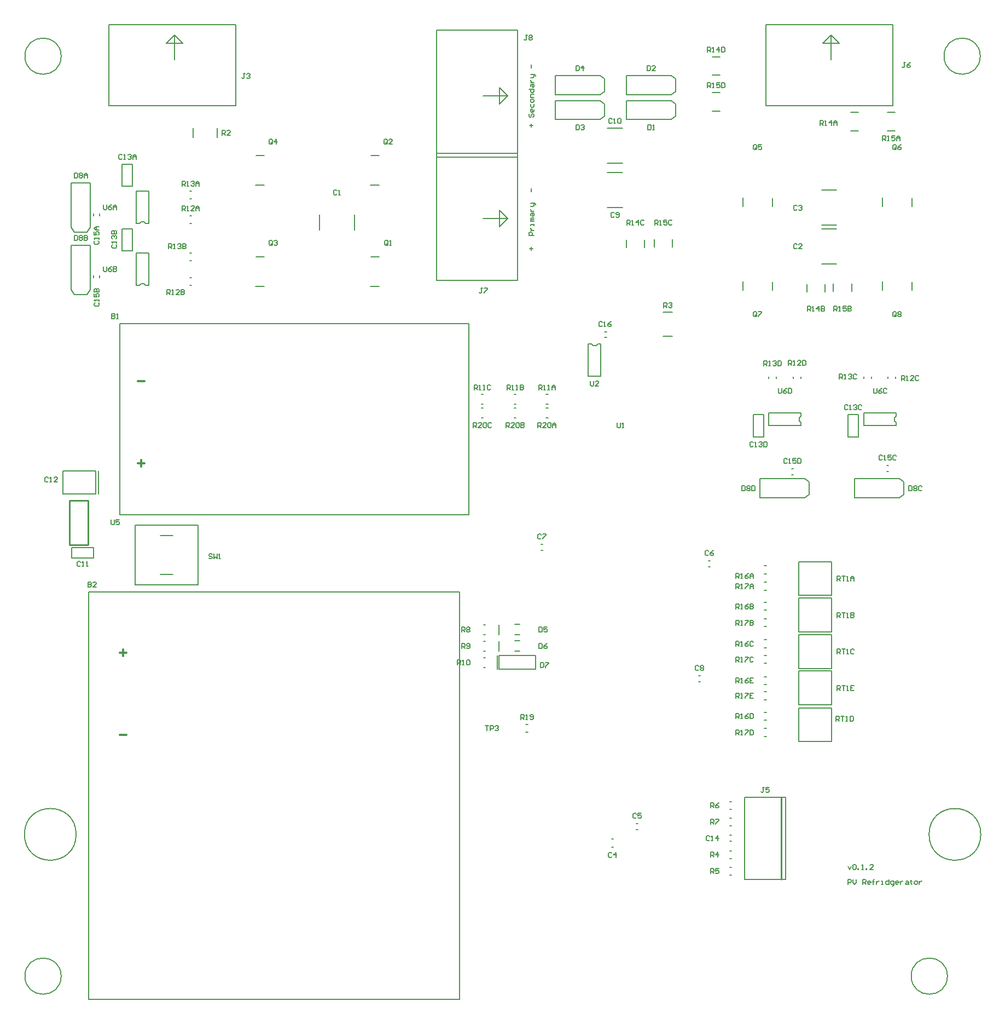
<source format=gto>
%FSLAX25Y25*%
%MOIN*%
G70*
G01*
G75*
G04 Layer_Color=65535*
G04:AMPARAMS|DCode=10|XSize=43.31mil|YSize=39.37mil|CornerRadius=0mil|HoleSize=0mil|Usage=FLASHONLY|Rotation=90.000|XOffset=0mil|YOffset=0mil|HoleType=Round|Shape=RoundedRectangle|*
%AMROUNDEDRECTD10*
21,1,0.04331,0.03937,0,0,90.0*
21,1,0.04331,0.03937,0,0,90.0*
1,1,0.00000,0.01969,0.02165*
1,1,0.00000,0.01969,-0.02165*
1,1,0.00000,-0.01969,-0.02165*
1,1,0.00000,-0.01969,0.02165*
%
%ADD10ROUNDEDRECTD10*%
%ADD11R,0.04500X0.05300*%
%ADD12R,0.04100X0.03000*%
%ADD13R,0.03000X0.04100*%
%ADD14R,0.05118X0.10630*%
%ADD15R,0.07795X0.02362*%
G04:AMPARAMS|DCode=16|XSize=23.62mil|YSize=77.95mil|CornerRadius=0mil|HoleSize=0mil|Usage=FLASHONLY|Rotation=270.000|XOffset=0mil|YOffset=0mil|HoleType=Round|Shape=Octagon|*
%AMOCTAGOND16*
4,1,8,0.03898,0.00591,0.03898,-0.00591,0.03307,-0.01181,-0.03307,-0.01181,-0.03898,-0.00591,-0.03898,0.00591,-0.03307,0.01181,0.03307,0.01181,0.03898,0.00591,0.0*
%
%ADD16OCTAGOND16*%

%ADD17R,0.13976X0.10236*%
%ADD18R,0.05906X0.05906*%
G04:AMPARAMS|DCode=19|XSize=118.11mil|YSize=61.02mil|CornerRadius=0mil|HoleSize=0mil|Usage=FLASHONLY|Rotation=270.000|XOffset=0mil|YOffset=0mil|HoleType=Round|Shape=RoundedRectangle|*
%AMROUNDEDRECTD19*
21,1,0.11811,0.06102,0,0,270.0*
21,1,0.11811,0.06102,0,0,270.0*
1,1,0.00000,-0.03051,-0.05906*
1,1,0.00000,-0.03051,0.05906*
1,1,0.00000,0.03051,0.05906*
1,1,0.00000,0.03051,-0.05906*
%
%ADD19ROUNDEDRECTD19*%
G04:AMPARAMS|DCode=20|XSize=43.31mil|YSize=39.37mil|CornerRadius=0mil|HoleSize=0mil|Usage=FLASHONLY|Rotation=180.000|XOffset=0mil|YOffset=0mil|HoleType=Round|Shape=RoundedRectangle|*
%AMROUNDEDRECTD20*
21,1,0.04331,0.03937,0,0,180.0*
21,1,0.04331,0.03937,0,0,180.0*
1,1,0.00000,-0.02165,0.01969*
1,1,0.00000,0.02165,0.01969*
1,1,0.00000,0.02165,-0.01969*
1,1,0.00000,-0.02165,-0.01969*
%
%ADD20ROUNDEDRECTD20*%
%ADD21R,0.10433X0.06890*%
%ADD22R,0.04724X0.08661*%
%ADD23R,0.22835X0.25197*%
%ADD24R,0.03150X0.06299*%
%ADD25R,0.07874X0.21260*%
%ADD26R,0.10630X0.05118*%
%ADD27R,0.10000X0.15000*%
%ADD28R,0.09000X0.05000*%
%ADD29R,0.04500X0.05500*%
%ADD30R,0.07800X0.07000*%
%ADD31R,0.07008X0.02638*%
G04:AMPARAMS|DCode=32|XSize=26.38mil|YSize=70.08mil|CornerRadius=0mil|HoleSize=0mil|Usage=FLASHONLY|Rotation=90.000|XOffset=0mil|YOffset=0mil|HoleType=Round|Shape=Octagon|*
%AMOCTAGOND32*
4,1,8,-0.03504,-0.00660,-0.03504,0.00660,-0.02845,0.01319,0.02845,0.01319,0.03504,0.00660,0.03504,-0.00660,0.02845,-0.01319,-0.02845,-0.01319,-0.03504,-0.00660,0.0*
%
%ADD32OCTAGOND32*%

%ADD33R,0.21260X0.07874*%
%ADD34R,0.06890X0.09646*%
%ADD35C,0.04921*%
%ADD36C,0.05000*%
%ADD37O,0.01400X0.00700*%
%ADD38C,0.03500*%
%ADD39O,0.00700X0.01400*%
%ADD40R,0.08661X0.04724*%
%ADD41R,0.25197X0.22835*%
%ADD42R,0.10236X0.13976*%
%ADD43R,0.02638X0.07008*%
G04:AMPARAMS|DCode=44|XSize=26.38mil|YSize=70.08mil|CornerRadius=0mil|HoleSize=0mil|Usage=FLASHONLY|Rotation=180.000|XOffset=0mil|YOffset=0mil|HoleType=Round|Shape=Octagon|*
%AMOCTAGOND44*
4,1,8,0.00660,-0.03504,-0.00660,-0.03504,-0.01319,-0.02845,-0.01319,0.02845,-0.00660,0.03504,0.00660,0.03504,0.01319,0.02845,0.01319,-0.02845,0.00660,-0.03504,0.0*
%
%ADD44OCTAGOND44*%

%ADD45R,0.07800X0.07000*%
%ADD46R,0.05906X0.05906*%
%ADD47C,0.02362*%
%ADD48C,0.16500*%
%ADD49C,0.09843*%
%ADD50R,0.08661X0.07480*%
%ADD51C,0.08268*%
%ADD52O,0.08268X0.07480*%
%ADD53C,0.18779*%
%ADD54C,0.08661*%
%ADD55C,0.12200*%
%ADD56O,0.08661X0.07480*%
%ADD57C,0.11811*%
%ADD58C,0.15748*%
%ADD59C,0.00600*%
%ADD60C,0.00787*%
%ADD61C,0.00500*%
%ADD62C,0.00800*%
%ADD63C,0.00787*%
%ADD64C,0.01000*%
%ADD65C,0.01200*%
D59*
X-268976Y280000D02*
G03*
X-268976Y280000I-11024J0D01*
G01*
X291024D02*
G03*
X291024Y280000I-11024J0D01*
G01*
X291339Y-193701D02*
G03*
X291339Y-193701I-15748J0D01*
G01*
X-259842D02*
G03*
X-259842Y-193701I-15748J0D01*
G01*
X-268976Y-280000D02*
G03*
X-268976Y-280000I-11024J0D01*
G01*
X271024D02*
G03*
X271024Y-280000I-11024J0D01*
G01*
X-224016Y-41732D02*
X-185433D01*
Y-5512D01*
X-224016D02*
X-185433D01*
X-224016Y-41732D02*
Y-5512D01*
X-208661Y-11811D02*
X-200787D01*
X-208661Y-35433D02*
X-200787D01*
X26427Y59800D02*
X27627D01*
X26427Y65800D02*
X27627D01*
X7074Y59800D02*
X8274D01*
X7074Y65800D02*
X8274D01*
X-12973Y59800D02*
X-11773D01*
X-12973Y65800D02*
X-11773D01*
X26427Y74100D02*
X27627D01*
X26427Y68100D02*
X27627D01*
X7074Y74100D02*
X8274D01*
X7074Y68100D02*
X8274D01*
X-12973Y74100D02*
X-11773D01*
X-12973Y68100D02*
X-11773D01*
X220000Y83700D02*
Y84900D01*
X224800Y83700D02*
Y84900D01*
X234635Y83746D02*
Y84947D01*
X239435Y83746D02*
Y84947D01*
X62200Y108700D02*
X63400D01*
X62200Y112200D02*
X63400D01*
X212006Y234500D02*
X216706D01*
X212006Y245700D02*
X216706D01*
X57968Y104842D02*
X59937D01*
X56984Y103858D02*
X57968Y104842D01*
X52063D02*
X54031D01*
X55016Y103858D01*
X56984D01*
X59937Y85158D02*
Y104842D01*
X52063Y85158D02*
X59937D01*
X52063D02*
Y104842D01*
X-190654Y160300D02*
X-189453D01*
X-190654Y155500D02*
X-189453D01*
X-173900Y230688D02*
Y236200D01*
X-188500Y230688D02*
Y236200D01*
X138403Y-197755D02*
X139603D01*
X138403Y-194255D02*
X139603D01*
X-26097Y-294000D02*
Y-46000D01*
X-252097Y-294000D02*
X-26097D01*
X-252097D02*
Y-46000D01*
X-26097D01*
X-233283Y855D02*
Y117255D01*
Y855D02*
X-20684D01*
Y117255D01*
X-233283D02*
X-20684D01*
X-2142Y-84855D02*
X20058D01*
X-2142Y-93255D02*
Y-84855D01*
Y-93255D02*
X20058D01*
Y-84855D01*
X-3342Y-93255D02*
Y-84855D01*
X159558Y-30255D02*
X160758D01*
X159558Y-35055D02*
X160758D01*
X-249100Y182900D02*
Y184100D01*
X-245600Y182900D02*
Y184100D01*
X-249100Y145200D02*
Y146400D01*
X-245600Y145200D02*
Y146400D01*
X185317Y136600D02*
Y141300D01*
X196517Y136600D02*
Y141300D01*
X234400Y234500D02*
X239100D01*
X234400Y245700D02*
X239100D01*
X212683Y136700D02*
Y141400D01*
X201483Y136700D02*
Y141400D01*
X66400Y-201400D02*
X67600D01*
X66400Y-196600D02*
X67600D01*
X7558Y-82255D02*
X10358D01*
X7558Y-75855D02*
X10358D01*
X7558Y-72255D02*
X10358D01*
X7558Y-65855D02*
X10358D01*
X159558Y-111655D02*
X160758D01*
X159558Y-106855D02*
X160758D01*
X159558Y-134055D02*
X160758D01*
X159558Y-129255D02*
X160758D01*
X159558Y-89555D02*
X160758D01*
X159558Y-84755D02*
X160758D01*
X159558Y-67255D02*
X160758D01*
X159558Y-62455D02*
X160758D01*
X159558Y-45055D02*
X160758D01*
X159558Y-40255D02*
X160758D01*
X159558Y-97655D02*
X160758D01*
X159558Y-102455D02*
X160758D01*
X159558Y-119355D02*
X160758D01*
X159558Y-124155D02*
X160758D01*
X159558Y-75255D02*
X160758D01*
X159558Y-80055D02*
X160758D01*
X159558Y-52455D02*
X160758D01*
X159558Y-57255D02*
X160758D01*
X-223337Y140558D02*
X-221369D01*
X-220384Y141542D01*
X-217431Y140558D02*
X-215463D01*
X-218416Y141542D02*
X-217431Y140558D01*
X-220384Y141542D02*
X-218416D01*
X-223337Y140558D02*
Y160242D01*
X-215463D01*
Y140558D02*
Y160242D01*
X-223337Y178258D02*
X-221369D01*
X-220384Y179242D01*
X-217431Y178258D02*
X-215463D01*
X-218416Y179242D02*
X-217431Y178258D01*
X-220384Y179242D02*
X-218416D01*
X-223337Y178258D02*
Y197942D01*
X-215463D01*
Y178258D02*
Y197942D01*
X-11642Y-86055D02*
X-10442D01*
X-11642Y-92055D02*
X-10442D01*
X-11642Y-76055D02*
X-10442D01*
X-11642Y-82055D02*
X-10442D01*
X-11642Y-66055D02*
X-10442D01*
X-11642Y-72055D02*
X-10442D01*
X138400Y-183655D02*
X139600D01*
X138400Y-188455D02*
X139600D01*
X138400Y-173655D02*
X139600D01*
X138400Y-178455D02*
X139600D01*
X138400Y-213655D02*
X139600D01*
X138400Y-218455D02*
X139600D01*
X138400Y-203655D02*
X139600D01*
X138400Y-208455D02*
X139600D01*
X127696Y257800D02*
X132396D01*
X127696Y246600D02*
X132396D01*
X103600Y163700D02*
Y168400D01*
X92400Y163700D02*
Y168400D01*
X127700Y268400D02*
X132400D01*
X127700Y279600D02*
X132400D01*
X75400Y163600D02*
Y168300D01*
X86600Y163600D02*
Y168300D01*
X81400Y-190700D02*
X82600D01*
X81400Y-187200D02*
X82600D01*
X125400Y-27300D02*
X126600D01*
X125400Y-30800D02*
X126600D01*
X23400Y-20700D02*
X24600D01*
X23400Y-17200D02*
X24600D01*
X119400Y-97300D02*
X120600D01*
X119400Y-100800D02*
X120600D01*
X234000Y27300D02*
X235200D01*
X234000Y30800D02*
X235200D01*
X176000Y25300D02*
X177200D01*
X176000Y28800D02*
X177200D01*
X97900Y124100D02*
X103412D01*
X97900Y109500D02*
X103412D01*
X-190654Y183000D02*
X-189453D01*
X-190654Y178200D02*
X-189453D01*
X177000Y83746D02*
Y84947D01*
X181800Y83746D02*
Y84947D01*
X-190700Y198000D02*
X-189500D01*
X-190700Y193200D02*
X-189500D01*
X162000Y83700D02*
Y84900D01*
X166800Y83700D02*
Y84900D01*
X14258Y-131455D02*
X15458D01*
X14258Y-126655D02*
X15458D01*
X239843Y55063D02*
Y57032D01*
X238858Y58016D02*
X239843Y57032D01*
Y60969D02*
Y62937D01*
X238858Y59984D02*
X239843Y60969D01*
X238858Y58016D02*
Y59984D01*
X220158Y55063D02*
X239843D01*
X220158D02*
Y62937D01*
X239843D01*
X181843Y55063D02*
Y57032D01*
X180858Y58016D02*
X181843Y57032D01*
Y60969D02*
Y62937D01*
X180858Y59984D02*
X181843Y60969D01*
X180858Y58016D02*
Y59984D01*
X162157Y55063D02*
X181843D01*
X162157D02*
Y62937D01*
X181843D01*
X-190654Y145300D02*
X-189453D01*
X-190654Y140500D02*
X-189453D01*
X60626Y117999D02*
X60126Y118499D01*
X59127D01*
X58627Y117999D01*
Y116000D01*
X59127Y115500D01*
X60126D01*
X60626Y116000D01*
X61626Y115500D02*
X62625D01*
X62125D01*
Y118499D01*
X61626Y117999D01*
X66124Y118499D02*
X65125Y117999D01*
X64125Y116999D01*
Y116000D01*
X64625Y115500D01*
X65624D01*
X66124Y116000D01*
Y116500D01*
X65624Y116999D01*
X64125D01*
X-177001Y-23401D02*
X-177500Y-22901D01*
X-178500D01*
X-179000Y-23401D01*
Y-23901D01*
X-178500Y-24400D01*
X-177500D01*
X-177001Y-24900D01*
Y-25400D01*
X-177500Y-25900D01*
X-178500D01*
X-179000Y-25400D01*
X-176001Y-22901D02*
Y-25900D01*
X-175001Y-24900D01*
X-174002Y-25900D01*
Y-22901D01*
X-173002Y-25900D02*
X-172002D01*
X-172502D01*
Y-22901D01*
X-173002Y-23401D01*
X-252573Y-40101D02*
Y-43100D01*
X-251074D01*
X-250574Y-42600D01*
Y-42100D01*
X-251074Y-41600D01*
X-252573D01*
X-251074D01*
X-250574Y-41101D01*
Y-40601D01*
X-251074Y-40101D01*
X-252573D01*
X-247575Y-43100D02*
X-249574D01*
X-247575Y-41101D01*
Y-40601D01*
X-248075Y-40101D01*
X-249075D01*
X-249574Y-40601D01*
X-238173Y123299D02*
Y120300D01*
X-236674D01*
X-236174Y120800D01*
Y121300D01*
X-236674Y121800D01*
X-238173D01*
X-236674D01*
X-236174Y122299D01*
Y122799D01*
X-236674Y123299D01*
X-238173D01*
X-235174Y120300D02*
X-234175D01*
X-234675D01*
Y123299D01*
X-235174Y122799D01*
X203627Y-106000D02*
Y-103001D01*
X205126D01*
X205626Y-103501D01*
Y-104500D01*
X205126Y-105000D01*
X203627D01*
X204626D02*
X205626Y-106000D01*
X206626Y-103001D02*
X208625D01*
X207625D01*
Y-106000D01*
X209625D02*
X210624D01*
X210125D01*
Y-103001D01*
X209625Y-103501D01*
X214123Y-103001D02*
X212124D01*
Y-106000D01*
X214123D01*
X212124Y-104500D02*
X213124D01*
X203158Y-124755D02*
Y-121756D01*
X204658D01*
X205158Y-122256D01*
Y-123256D01*
X204658Y-123755D01*
X203158D01*
X204158D02*
X205158Y-124755D01*
X206157Y-121756D02*
X208157D01*
X207157D01*
Y-124755D01*
X209156D02*
X210156D01*
X209656D01*
Y-121756D01*
X209156Y-122256D01*
X211655Y-121756D02*
Y-124755D01*
X213155D01*
X213655Y-124255D01*
Y-122256D01*
X213155Y-121756D01*
X211655D01*
X203627Y-83900D02*
Y-80901D01*
X205126D01*
X205626Y-81401D01*
Y-82401D01*
X205126Y-82900D01*
X203627D01*
X204626D02*
X205626Y-83900D01*
X206626Y-80901D02*
X208625D01*
X207625D01*
Y-83900D01*
X209625D02*
X210624D01*
X210125D01*
Y-80901D01*
X209625Y-81401D01*
X214123D02*
X213623Y-80901D01*
X212624D01*
X212124Y-81401D01*
Y-83400D01*
X212624Y-83900D01*
X213623D01*
X214123Y-83400D01*
X203627Y-61700D02*
Y-58701D01*
X205126D01*
X205626Y-59201D01*
Y-60201D01*
X205126Y-60700D01*
X203627D01*
X204626D02*
X205626Y-61700D01*
X206626Y-58701D02*
X208625D01*
X207625D01*
Y-61700D01*
X209625D02*
X210624D01*
X210125D01*
Y-58701D01*
X209625Y-59201D01*
X212124Y-58701D02*
Y-61700D01*
X213623D01*
X214123Y-61200D01*
Y-60700D01*
X213623Y-60201D01*
X212124D01*
X213623D01*
X214123Y-59701D01*
Y-59201D01*
X213623Y-58701D01*
X212124D01*
X203627Y-39400D02*
Y-36401D01*
X205126D01*
X205626Y-36901D01*
Y-37901D01*
X205126Y-38400D01*
X203627D01*
X204626D02*
X205626Y-39400D01*
X206626Y-36401D02*
X208625D01*
X207625D01*
Y-39400D01*
X209625D02*
X210624D01*
X210125D01*
Y-36401D01*
X209625Y-36901D01*
X212124Y-39400D02*
Y-37401D01*
X213124Y-36401D01*
X214123Y-37401D01*
Y-39400D01*
Y-37901D01*
X212124D01*
X142227Y-110800D02*
Y-107801D01*
X143726D01*
X144226Y-108301D01*
Y-109300D01*
X143726Y-109800D01*
X142227D01*
X143226D02*
X144226Y-110800D01*
X145226D02*
X146225D01*
X145726D01*
Y-107801D01*
X145226Y-108301D01*
X147725Y-107801D02*
X149724D01*
Y-108301D01*
X147725Y-110300D01*
Y-110800D01*
X152723Y-107801D02*
X150724D01*
Y-110800D01*
X152723D01*
X150724Y-109300D02*
X151724D01*
X142227Y-133200D02*
Y-130201D01*
X143726D01*
X144226Y-130701D01*
Y-131701D01*
X143726Y-132200D01*
X142227D01*
X143226D02*
X144226Y-133200D01*
X145226D02*
X146225D01*
X145726D01*
Y-130201D01*
X145226Y-130701D01*
X147725Y-130201D02*
X149724D01*
Y-130701D01*
X147725Y-132700D01*
Y-133200D01*
X150724Y-130201D02*
Y-133200D01*
X152223D01*
X152723Y-132700D01*
Y-130701D01*
X152223Y-130201D01*
X150724D01*
X142227Y-88700D02*
Y-85701D01*
X143726D01*
X144226Y-86201D01*
Y-87200D01*
X143726Y-87700D01*
X142227D01*
X143226D02*
X144226Y-88700D01*
X145226D02*
X146225D01*
X145726D01*
Y-85701D01*
X145226Y-86201D01*
X147725Y-85701D02*
X149724D01*
Y-86201D01*
X147725Y-88200D01*
Y-88700D01*
X152723Y-86201D02*
X152223Y-85701D01*
X151224D01*
X150724Y-86201D01*
Y-88200D01*
X151224Y-88700D01*
X152223D01*
X152723Y-88200D01*
X142227Y-66400D02*
Y-63401D01*
X143726D01*
X144226Y-63901D01*
Y-64900D01*
X143726Y-65400D01*
X142227D01*
X143226D02*
X144226Y-66400D01*
X145226D02*
X146225D01*
X145726D01*
Y-63401D01*
X145226Y-63901D01*
X147725Y-63401D02*
X149724D01*
Y-63901D01*
X147725Y-65900D01*
Y-66400D01*
X150724Y-63401D02*
Y-66400D01*
X152223D01*
X152723Y-65900D01*
Y-65400D01*
X152223Y-64900D01*
X150724D01*
X152223D01*
X152723Y-64401D01*
Y-63901D01*
X152223Y-63401D01*
X150724D01*
X142227Y-44200D02*
Y-41201D01*
X143726D01*
X144226Y-41701D01*
Y-42700D01*
X143726Y-43200D01*
X142227D01*
X143226D02*
X144226Y-44200D01*
X145226D02*
X146225D01*
X145726D01*
Y-41201D01*
X145226Y-41701D01*
X147725Y-41201D02*
X149724D01*
Y-41701D01*
X147725Y-43700D01*
Y-44200D01*
X150724D02*
Y-42201D01*
X151724Y-41201D01*
X152723Y-42201D01*
Y-44200D01*
Y-42700D01*
X150724D01*
X142227Y-101600D02*
Y-98601D01*
X143726D01*
X144226Y-99101D01*
Y-100101D01*
X143726Y-100600D01*
X142227D01*
X143226D02*
X144226Y-101600D01*
X145226D02*
X146225D01*
X145726D01*
Y-98601D01*
X145226Y-99101D01*
X149724Y-98601D02*
X148725Y-99101D01*
X147725Y-100101D01*
Y-101100D01*
X148225Y-101600D01*
X149224D01*
X149724Y-101100D01*
Y-100600D01*
X149224Y-100101D01*
X147725D01*
X152723Y-98601D02*
X150724D01*
Y-101600D01*
X152723D01*
X150724Y-100101D02*
X151724D01*
X142227Y-123300D02*
Y-120301D01*
X143726D01*
X144226Y-120801D01*
Y-121800D01*
X143726Y-122300D01*
X142227D01*
X143226D02*
X144226Y-123300D01*
X145226D02*
X146225D01*
X145726D01*
Y-120301D01*
X145226Y-120801D01*
X149724Y-120301D02*
X148725Y-120801D01*
X147725Y-121800D01*
Y-122800D01*
X148225Y-123300D01*
X149224D01*
X149724Y-122800D01*
Y-122300D01*
X149224Y-121800D01*
X147725D01*
X150724Y-120301D02*
Y-123300D01*
X152223D01*
X152723Y-122800D01*
Y-120801D01*
X152223Y-120301D01*
X150724D01*
X142227Y-79200D02*
Y-76201D01*
X143726D01*
X144226Y-76701D01*
Y-77701D01*
X143726Y-78200D01*
X142227D01*
X143226D02*
X144226Y-79200D01*
X145226D02*
X146225D01*
X145726D01*
Y-76201D01*
X145226Y-76701D01*
X149724Y-76201D02*
X148725Y-76701D01*
X147725Y-77701D01*
Y-78700D01*
X148225Y-79200D01*
X149224D01*
X149724Y-78700D01*
Y-78200D01*
X149224Y-77701D01*
X147725D01*
X152723Y-76701D02*
X152223Y-76201D01*
X151224D01*
X150724Y-76701D01*
Y-78700D01*
X151224Y-79200D01*
X152223D01*
X152723Y-78700D01*
X142227Y-56400D02*
Y-53401D01*
X143726D01*
X144226Y-53901D01*
Y-54900D01*
X143726Y-55400D01*
X142227D01*
X143226D02*
X144226Y-56400D01*
X145226D02*
X146225D01*
X145726D01*
Y-53401D01*
X145226Y-53901D01*
X149724Y-53401D02*
X148725Y-53901D01*
X147725Y-54900D01*
Y-55900D01*
X148225Y-56400D01*
X149224D01*
X149724Y-55900D01*
Y-55400D01*
X149224Y-54900D01*
X147725D01*
X150724Y-53401D02*
Y-56400D01*
X152223D01*
X152723Y-55900D01*
Y-55400D01*
X152223Y-54900D01*
X150724D01*
X152223D01*
X152723Y-54401D01*
Y-53901D01*
X152223Y-53401D01*
X150724D01*
X142158Y-37855D02*
Y-34856D01*
X143658D01*
X144158Y-35356D01*
Y-36356D01*
X143658Y-36855D01*
X142158D01*
X143158D02*
X144158Y-37855D01*
X145157D02*
X146157D01*
X145657D01*
Y-34856D01*
X145157Y-35356D01*
X149656Y-34856D02*
X148656Y-35356D01*
X147657Y-36356D01*
Y-37355D01*
X148156Y-37855D01*
X149156D01*
X149656Y-37355D01*
Y-36855D01*
X149156Y-36356D01*
X147657D01*
X150655Y-37855D02*
Y-35856D01*
X151655Y-34856D01*
X152655Y-35856D01*
Y-37855D01*
Y-36356D01*
X150655D01*
X-12301Y138699D02*
X-13300D01*
X-12800D01*
Y136200D01*
X-13300Y135700D01*
X-13800D01*
X-14300Y136200D01*
X-11301Y138699D02*
X-9302D01*
Y138199D01*
X-11301Y136200D01*
Y135700D01*
X14999Y292699D02*
X14000D01*
X14500D01*
Y290200D01*
X14000Y289700D01*
X13500D01*
X13000Y290200D01*
X15999Y292199D02*
X16499Y292699D01*
X17499D01*
X17998Y292199D01*
Y291699D01*
X17499Y291199D01*
X17998Y290700D01*
Y290200D01*
X17499Y289700D01*
X16499D01*
X15999Y290200D01*
Y290700D01*
X16499Y291199D01*
X15999Y291699D01*
Y292199D01*
X16499Y291199D02*
X17499D01*
X245399Y276099D02*
X244400D01*
X244900D01*
Y273600D01*
X244400Y273100D01*
X243900D01*
X243400Y273600D01*
X248398Y276099D02*
X247399Y275599D01*
X246399Y274600D01*
Y273600D01*
X246899Y273100D01*
X247899D01*
X248398Y273600D01*
Y274100D01*
X247899Y274600D01*
X246399D01*
X-156901Y269499D02*
X-157900D01*
X-157401D01*
Y267000D01*
X-157900Y266500D01*
X-158400D01*
X-158900Y267000D01*
X-155901Y268999D02*
X-155401Y269499D01*
X-154401D01*
X-153902Y268999D01*
Y268499D01*
X-154401Y268000D01*
X-154901D01*
X-154401D01*
X-153902Y267500D01*
Y267000D01*
X-154401Y266500D01*
X-155401D01*
X-155901Y267000D01*
X152626Y44699D02*
X152126Y45199D01*
X151127D01*
X150627Y44699D01*
Y42700D01*
X151127Y42200D01*
X152126D01*
X152626Y42700D01*
X153626Y42200D02*
X154625D01*
X154125D01*
Y45199D01*
X153626Y44699D01*
X156125D02*
X156625Y45199D01*
X157624D01*
X158124Y44699D01*
Y44199D01*
X157624Y43699D01*
X157125D01*
X157624D01*
X158124Y43200D01*
Y42700D01*
X157624Y42200D01*
X156625D01*
X156125Y42700D01*
X159124Y45199D02*
Y42200D01*
X160623D01*
X161123Y42700D01*
Y44699D01*
X160623Y45199D01*
X159124D01*
X210326Y67299D02*
X209826Y67799D01*
X208826D01*
X208327Y67299D01*
Y65300D01*
X208826Y64800D01*
X209826D01*
X210326Y65300D01*
X211326Y64800D02*
X212325D01*
X211825D01*
Y67799D01*
X211326Y67299D01*
X213825D02*
X214325Y67799D01*
X215324D01*
X215824Y67299D01*
Y66799D01*
X215324Y66299D01*
X214825D01*
X215324D01*
X215824Y65800D01*
Y65300D01*
X215324Y64800D01*
X214325D01*
X213825Y65300D01*
X218823Y67299D02*
X218323Y67799D01*
X217324D01*
X216824Y67299D01*
Y65300D01*
X217324Y64800D01*
X218323D01*
X218823Y65300D01*
X-237599Y165199D02*
X-238099Y164699D01*
Y163700D01*
X-237599Y163200D01*
X-235600D01*
X-235100Y163700D01*
Y164699D01*
X-235600Y165199D01*
X-235100Y166199D02*
Y167199D01*
Y166699D01*
X-238099D01*
X-237599Y166199D01*
Y168698D02*
X-238099Y169198D01*
Y170198D01*
X-237599Y170698D01*
X-237099D01*
X-236599Y170198D01*
Y169698D01*
Y170198D01*
X-236100Y170698D01*
X-235600D01*
X-235100Y170198D01*
Y169198D01*
X-235600Y168698D01*
X-238099Y171697D02*
X-235100D01*
Y173197D01*
X-235600Y173697D01*
X-236100D01*
X-236599Y173197D01*
Y171697D01*
Y173197D01*
X-237099Y173697D01*
X-237599D01*
X-238099Y173197D01*
Y171697D01*
X-231874Y219699D02*
X-232374Y220199D01*
X-233373D01*
X-233873Y219699D01*
Y217700D01*
X-233373Y217200D01*
X-232374D01*
X-231874Y217700D01*
X-230874Y217200D02*
X-229875D01*
X-230375D01*
Y220199D01*
X-230874Y219699D01*
X-228375D02*
X-227875Y220199D01*
X-226876D01*
X-226376Y219699D01*
Y219199D01*
X-226876Y218699D01*
X-227375D01*
X-226876D01*
X-226376Y218200D01*
Y217700D01*
X-226876Y217200D01*
X-227875D01*
X-228375Y217700D01*
X-225376Y217200D02*
Y219199D01*
X-224376Y220199D01*
X-223377Y219199D01*
Y217200D01*
Y218699D01*
X-225376D01*
X-238473Y-2301D02*
Y-4800D01*
X-237973Y-5300D01*
X-236974D01*
X-236474Y-4800D01*
Y-2301D01*
X-233475D02*
X-235474D01*
Y-3801D01*
X-234475Y-3301D01*
X-233975D01*
X-233475Y-3801D01*
Y-4800D01*
X-233975Y-5300D01*
X-234975D01*
X-235474Y-4800D01*
X168027Y77699D02*
Y75200D01*
X168526Y74700D01*
X169526D01*
X170026Y75200D01*
Y77699D01*
X173025D02*
X172025Y77199D01*
X171026Y76200D01*
Y75200D01*
X171526Y74700D01*
X172525D01*
X173025Y75200D01*
Y75700D01*
X172525Y76200D01*
X171026D01*
X174025Y77699D02*
Y74700D01*
X175524D01*
X176024Y75200D01*
Y77199D01*
X175524Y77699D01*
X174025D01*
X226027D02*
Y75200D01*
X226526Y74700D01*
X227526D01*
X228026Y75200D01*
Y77699D01*
X231025D02*
X230025Y77199D01*
X229026Y76200D01*
Y75200D01*
X229525Y74700D01*
X230525D01*
X231025Y75200D01*
Y75700D01*
X230525Y76200D01*
X229026D01*
X234024Y77199D02*
X233524Y77699D01*
X232525D01*
X232025Y77199D01*
Y75200D01*
X232525Y74700D01*
X233524D01*
X234024Y75200D01*
X-243073Y151899D02*
Y149400D01*
X-242573Y148900D01*
X-241574D01*
X-241074Y149400D01*
Y151899D01*
X-238075D02*
X-239075Y151399D01*
X-240074Y150399D01*
Y149400D01*
X-239575Y148900D01*
X-238575D01*
X-238075Y149400D01*
Y149900D01*
X-238575Y150399D01*
X-240074D01*
X-237075Y151899D02*
Y148900D01*
X-235576D01*
X-235076Y149400D01*
Y149900D01*
X-235576Y150399D01*
X-237075D01*
X-235576D01*
X-235076Y150899D01*
Y151399D01*
X-235576Y151899D01*
X-237075D01*
X-243120Y189599D02*
Y187100D01*
X-242620Y186600D01*
X-241620D01*
X-241120Y187100D01*
Y189599D01*
X-238121D02*
X-239121Y189099D01*
X-240121Y188100D01*
Y187100D01*
X-239621Y186600D01*
X-238621D01*
X-238121Y187100D01*
Y187600D01*
X-238621Y188100D01*
X-240121D01*
X-237122Y186600D02*
Y188599D01*
X-236122Y189599D01*
X-235122Y188599D01*
Y186600D01*
Y188100D01*
X-237122D01*
X53527Y82299D02*
Y79800D01*
X54027Y79300D01*
X55026D01*
X55526Y79800D01*
Y82299D01*
X58525Y79300D02*
X56526D01*
X58525Y81299D01*
Y81799D01*
X58025Y82299D01*
X57025D01*
X56526Y81799D01*
X69827Y56799D02*
Y54300D01*
X70327Y53800D01*
X71326D01*
X71826Y54300D01*
Y56799D01*
X72826Y53800D02*
X73825D01*
X73326D01*
Y56799D01*
X72826Y56299D01*
X-10673Y-127601D02*
X-8674D01*
X-9674D01*
Y-130600D01*
X-7674D02*
Y-127601D01*
X-6175D01*
X-5675Y-128101D01*
Y-129101D01*
X-6175Y-129600D01*
X-7674D01*
X-4675Y-128101D02*
X-4175Y-127601D01*
X-3176D01*
X-2676Y-128101D01*
Y-128601D01*
X-3176Y-129101D01*
X-3676D01*
X-3176D01*
X-2676Y-129600D01*
Y-130100D01*
X-3176Y-130600D01*
X-4175D01*
X-4675Y-130100D01*
X11127Y-123800D02*
Y-120801D01*
X12626D01*
X13126Y-121301D01*
Y-122301D01*
X12626Y-122800D01*
X11127D01*
X12126D02*
X13126Y-123800D01*
X14126D02*
X15125D01*
X14626D01*
Y-120801D01*
X14126Y-121301D01*
X16625Y-123300D02*
X17125Y-123800D01*
X18124D01*
X18624Y-123300D01*
Y-121301D01*
X18124Y-120801D01*
X17125D01*
X16625Y-121301D01*
Y-121801D01*
X17125Y-122301D01*
X18624D01*
X159127Y91654D02*
Y94652D01*
X160626D01*
X161126Y94153D01*
Y93153D01*
X160626Y92653D01*
X159127D01*
X160126D02*
X161126Y91654D01*
X162126D02*
X163125D01*
X162626D01*
Y94652D01*
X162126Y94153D01*
X164625D02*
X165125Y94652D01*
X166124D01*
X166624Y94153D01*
Y93653D01*
X166124Y93153D01*
X165625D01*
X166124D01*
X166624Y92653D01*
Y92153D01*
X166124Y91654D01*
X165125D01*
X164625Y92153D01*
X167624Y94652D02*
Y91654D01*
X169123D01*
X169623Y92153D01*
Y94153D01*
X169123Y94652D01*
X167624D01*
X205200Y83500D02*
Y86499D01*
X206699D01*
X207199Y85999D01*
Y85000D01*
X206699Y84500D01*
X205200D01*
X206200D02*
X207199Y83500D01*
X208199D02*
X209199D01*
X208699D01*
Y86499D01*
X208199Y85999D01*
X210698D02*
X211198Y86499D01*
X212198D01*
X212698Y85999D01*
Y85499D01*
X212198Y85000D01*
X211698D01*
X212198D01*
X212698Y84500D01*
Y84000D01*
X212198Y83500D01*
X211198D01*
X210698Y84000D01*
X215697Y85999D02*
X215197Y86499D01*
X214197D01*
X213697Y85999D01*
Y84000D01*
X214197Y83500D01*
X215197D01*
X215697Y84000D01*
X-203400Y162700D02*
Y165699D01*
X-201901D01*
X-201401Y165199D01*
Y164199D01*
X-201901Y163700D01*
X-203400D01*
X-202400D02*
X-201401Y162700D01*
X-200401D02*
X-199401D01*
X-199901D01*
Y165699D01*
X-200401Y165199D01*
X-197902D02*
X-197402Y165699D01*
X-196402D01*
X-195902Y165199D01*
Y164699D01*
X-196402Y164199D01*
X-196902D01*
X-196402D01*
X-195902Y163700D01*
Y163200D01*
X-196402Y162700D01*
X-197402D01*
X-197902Y163200D01*
X-194903Y165699D02*
Y162700D01*
X-193403D01*
X-192903Y163200D01*
Y163700D01*
X-193403Y164199D01*
X-194903D01*
X-193403D01*
X-192903Y164699D01*
Y165199D01*
X-193403Y165699D01*
X-194903D01*
X-195366Y200900D02*
Y203899D01*
X-193867D01*
X-193367Y203399D01*
Y202399D01*
X-193867Y201900D01*
X-195366D01*
X-194367D02*
X-193367Y200900D01*
X-192367D02*
X-191367D01*
X-191867D01*
Y203899D01*
X-192367Y203399D01*
X-189868D02*
X-189368Y203899D01*
X-188368D01*
X-187869Y203399D01*
Y202899D01*
X-188368Y202399D01*
X-188868D01*
X-188368D01*
X-187869Y201900D01*
Y201400D01*
X-188368Y200900D01*
X-189368D01*
X-189868Y201400D01*
X-186869Y200900D02*
Y202899D01*
X-185869Y203899D01*
X-184870Y202899D01*
Y200900D01*
Y202399D01*
X-186869D01*
X174127Y91700D02*
Y94699D01*
X175626D01*
X176126Y94199D01*
Y93199D01*
X175626Y92700D01*
X174127D01*
X175126D02*
X176126Y91700D01*
X177126D02*
X178125D01*
X177626D01*
Y94699D01*
X177126Y94199D01*
X181624Y91700D02*
X179625D01*
X181624Y93699D01*
Y94199D01*
X181124Y94699D01*
X180125D01*
X179625Y94199D01*
X182624Y94699D02*
Y91700D01*
X184123D01*
X184623Y92200D01*
Y94199D01*
X184123Y94699D01*
X182624D01*
X243000Y82600D02*
Y85599D01*
X244499D01*
X244999Y85099D01*
Y84100D01*
X244499Y83600D01*
X243000D01*
X244000D02*
X244999Y82600D01*
X245999D02*
X246999D01*
X246499D01*
Y85599D01*
X245999Y85099D01*
X250498Y82600D02*
X248498D01*
X250498Y84599D01*
Y85099D01*
X249998Y85599D01*
X248998D01*
X248498Y85099D01*
X253497D02*
X252997Y85599D01*
X251997D01*
X251497Y85099D01*
Y83100D01*
X251997Y82600D01*
X252997D01*
X253497Y83100D01*
X-17873Y53900D02*
Y56899D01*
X-16374D01*
X-15874Y56399D01*
Y55400D01*
X-16374Y54900D01*
X-17873D01*
X-16874D02*
X-15874Y53900D01*
X-12875D02*
X-14874D01*
X-12875Y55899D01*
Y56399D01*
X-13375Y56899D01*
X-14375D01*
X-14874Y56399D01*
X-11875D02*
X-11375Y56899D01*
X-10376D01*
X-9876Y56399D01*
Y54400D01*
X-10376Y53900D01*
X-11375D01*
X-11875Y54400D01*
Y56399D01*
X-6877D02*
X-7377Y56899D01*
X-8376D01*
X-8876Y56399D01*
Y54400D01*
X-8376Y53900D01*
X-7377D01*
X-6877Y54400D01*
X-204400Y135000D02*
Y137999D01*
X-202901D01*
X-202401Y137499D01*
Y136500D01*
X-202901Y136000D01*
X-204400D01*
X-203400D02*
X-202401Y135000D01*
X-201401D02*
X-200401D01*
X-200901D01*
Y137999D01*
X-201401Y137499D01*
X-196902Y135000D02*
X-198902D01*
X-196902Y136999D01*
Y137499D01*
X-197402Y137999D01*
X-198402D01*
X-198902Y137499D01*
X-195903Y137999D02*
Y135000D01*
X-194403D01*
X-193903Y135500D01*
Y136000D01*
X-194403Y136500D01*
X-195903D01*
X-194403D01*
X-193903Y136999D01*
Y137499D01*
X-194403Y137999D01*
X-195903D01*
X2127Y53900D02*
Y56899D01*
X3626D01*
X4126Y56399D01*
Y55400D01*
X3626Y54900D01*
X2127D01*
X3126D02*
X4126Y53900D01*
X7125D02*
X5126D01*
X7125Y55899D01*
Y56399D01*
X6625Y56899D01*
X5626D01*
X5126Y56399D01*
X8125D02*
X8625Y56899D01*
X9624D01*
X10124Y56399D01*
Y54400D01*
X9624Y53900D01*
X8625D01*
X8125Y54400D01*
Y56399D01*
X11124Y56899D02*
Y53900D01*
X12623D01*
X13123Y54400D01*
Y54900D01*
X12623Y55400D01*
X11124D01*
X12623D01*
X13123Y55899D01*
Y56399D01*
X12623Y56899D01*
X11124D01*
X-195320Y185900D02*
Y188899D01*
X-193820D01*
X-193320Y188399D01*
Y187399D01*
X-193820Y186900D01*
X-195320D01*
X-194320D02*
X-193320Y185900D01*
X-192321D02*
X-191321D01*
X-191821D01*
Y188899D01*
X-192321Y188399D01*
X-187822Y185900D02*
X-189822D01*
X-187822Y187899D01*
Y188399D01*
X-188322Y188899D01*
X-189322D01*
X-189822Y188399D01*
X-186822Y185900D02*
Y187899D01*
X-185823Y188899D01*
X-184823Y187899D01*
Y185900D01*
Y187399D01*
X-186822D01*
X21527Y53900D02*
Y56899D01*
X23026D01*
X23526Y56399D01*
Y55400D01*
X23026Y54900D01*
X21527D01*
X22526D02*
X23526Y53900D01*
X26525D02*
X24526D01*
X26525Y55899D01*
Y56399D01*
X26025Y56899D01*
X25025D01*
X24526Y56399D01*
X27525D02*
X28025Y56899D01*
X29024D01*
X29524Y56399D01*
Y54400D01*
X29024Y53900D01*
X28025D01*
X27525Y54400D01*
Y56399D01*
X30524Y53900D02*
Y55899D01*
X31523Y56899D01*
X32523Y55899D01*
Y53900D01*
Y55400D01*
X30524D01*
X-17373Y77000D02*
Y79999D01*
X-15874D01*
X-15374Y79499D01*
Y78500D01*
X-15874Y78000D01*
X-17373D01*
X-16374D02*
X-15374Y77000D01*
X-14374D02*
X-13375D01*
X-13874D01*
Y79999D01*
X-14374Y79499D01*
X-11875Y77000D02*
X-10875D01*
X-11375D01*
Y79999D01*
X-11875Y79499D01*
X-7377D02*
X-7876Y79999D01*
X-8876D01*
X-9376Y79499D01*
Y77500D01*
X-8876Y77000D01*
X-7876D01*
X-7377Y77500D01*
X2627Y77000D02*
Y79999D01*
X4126D01*
X4626Y79499D01*
Y78500D01*
X4126Y78000D01*
X2627D01*
X3626D02*
X4626Y77000D01*
X5626D02*
X6625D01*
X6126D01*
Y79999D01*
X5626Y79499D01*
X8125Y77000D02*
X9125D01*
X8625D01*
Y79999D01*
X8125Y79499D01*
X10624Y79999D02*
Y77000D01*
X12124D01*
X12623Y77500D01*
Y78000D01*
X12124Y78500D01*
X10624D01*
X12124D01*
X12623Y78999D01*
Y79499D01*
X12124Y79999D01*
X10624D01*
X22027Y77000D02*
Y79999D01*
X23526D01*
X24026Y79499D01*
Y78500D01*
X23526Y78000D01*
X22027D01*
X23026D02*
X24026Y77000D01*
X25026D02*
X26025D01*
X25526D01*
Y79999D01*
X25026Y79499D01*
X27525Y77000D02*
X28525D01*
X28025D01*
Y79999D01*
X27525Y79499D01*
X30024Y77000D02*
Y78999D01*
X31024Y79999D01*
X32023Y78999D01*
Y77000D01*
Y78500D01*
X30024D01*
X-27473Y-90600D02*
Y-87601D01*
X-25974D01*
X-25474Y-88101D01*
Y-89100D01*
X-25974Y-89600D01*
X-27473D01*
X-26474D02*
X-25474Y-90600D01*
X-24474D02*
X-23475D01*
X-23975D01*
Y-87601D01*
X-24474Y-88101D01*
X-21975D02*
X-21475Y-87601D01*
X-20476D01*
X-19976Y-88101D01*
Y-90100D01*
X-20476Y-90600D01*
X-21475D01*
X-21975Y-90100D01*
Y-88101D01*
X-24973Y-80600D02*
Y-77601D01*
X-23474D01*
X-22974Y-78101D01*
Y-79101D01*
X-23474Y-79600D01*
X-24973D01*
X-23974D02*
X-22974Y-80600D01*
X-21974Y-80100D02*
X-21475Y-80600D01*
X-20475D01*
X-19975Y-80100D01*
Y-78101D01*
X-20475Y-77601D01*
X-21475D01*
X-21974Y-78101D01*
Y-78601D01*
X-21475Y-79101D01*
X-19975D01*
X-24973Y-70600D02*
Y-67601D01*
X-23474D01*
X-22974Y-68101D01*
Y-69100D01*
X-23474Y-69600D01*
X-24973D01*
X-23974D02*
X-22974Y-70600D01*
X-21974Y-68101D02*
X-21475Y-67601D01*
X-20475D01*
X-19975Y-68101D01*
Y-68601D01*
X-20475Y-69100D01*
X-19975Y-69600D01*
Y-70100D01*
X-20475Y-70600D01*
X-21475D01*
X-21974Y-70100D01*
Y-69600D01*
X-21475Y-69100D01*
X-21974Y-68601D01*
Y-68101D01*
X-21475Y-69100D02*
X-20475D01*
X126627Y-187600D02*
Y-184601D01*
X128126D01*
X128626Y-185101D01*
Y-186100D01*
X128126Y-186600D01*
X126627D01*
X127626D02*
X128626Y-187600D01*
X129626Y-184601D02*
X131625D01*
Y-185101D01*
X129626Y-187100D01*
Y-187600D01*
X126627Y-177600D02*
Y-174601D01*
X128126D01*
X128626Y-175101D01*
Y-176101D01*
X128126Y-176600D01*
X126627D01*
X127626D02*
X128626Y-177600D01*
X131625Y-174601D02*
X130625Y-175101D01*
X129626Y-176101D01*
Y-177100D01*
X130125Y-177600D01*
X131125D01*
X131625Y-177100D01*
Y-176600D01*
X131125Y-176101D01*
X129626D01*
X126627Y-217600D02*
Y-214601D01*
X128126D01*
X128626Y-215101D01*
Y-216101D01*
X128126Y-216600D01*
X126627D01*
X127626D02*
X128626Y-217600D01*
X131625Y-214601D02*
X129626D01*
Y-216101D01*
X130625Y-215601D01*
X131125D01*
X131625Y-216101D01*
Y-217100D01*
X131125Y-217600D01*
X130125D01*
X129626Y-217100D01*
X126627Y-207600D02*
Y-204601D01*
X128126D01*
X128626Y-205101D01*
Y-206101D01*
X128126Y-206600D01*
X126627D01*
X127626D02*
X128626Y-207600D01*
X131125D02*
Y-204601D01*
X129626Y-206101D01*
X131625D01*
X98227Y127000D02*
Y129999D01*
X99726D01*
X100226Y129499D01*
Y128499D01*
X99726Y128000D01*
X98227D01*
X99226D02*
X100226Y127000D01*
X101226Y129499D02*
X101725Y129999D01*
X102725D01*
X103225Y129499D01*
Y128999D01*
X102725Y128499D01*
X102225D01*
X102725D01*
X103225Y128000D01*
Y127500D01*
X102725Y127000D01*
X101725D01*
X101226Y127500D01*
X-170973Y231900D02*
Y234899D01*
X-169474D01*
X-168974Y234399D01*
Y233399D01*
X-169474Y232900D01*
X-170973D01*
X-169974D02*
X-168974Y231900D01*
X-165975D02*
X-167974D01*
X-165975Y233899D01*
Y234399D01*
X-166475Y234899D01*
X-167474D01*
X-167974Y234399D01*
X239926Y121935D02*
Y123935D01*
X239426Y124434D01*
X238426D01*
X237927Y123935D01*
Y121935D01*
X238426Y121435D01*
X239426D01*
X238926Y122435D02*
X239926Y121435D01*
X239426D02*
X239926Y121935D01*
X240926Y123935D02*
X241425Y124434D01*
X242425D01*
X242925Y123935D01*
Y123435D01*
X242425Y122935D01*
X242925Y122435D01*
Y121935D01*
X242425Y121435D01*
X241425D01*
X240926Y121935D01*
Y122435D01*
X241425Y122935D01*
X240926Y123435D01*
Y123935D01*
X241425Y122935D02*
X242425D01*
X154926Y121935D02*
Y123935D01*
X154426Y124434D01*
X153427D01*
X152927Y123935D01*
Y121935D01*
X153427Y121435D01*
X154426D01*
X153926Y122435D02*
X154926Y121435D01*
X154426D02*
X154926Y121935D01*
X155926Y124434D02*
X157925D01*
Y123935D01*
X155926Y121935D01*
Y121435D01*
X239926Y223600D02*
Y225599D01*
X239426Y226099D01*
X238426D01*
X237927Y225599D01*
Y223600D01*
X238426Y223100D01*
X239426D01*
X238926Y224100D02*
X239926Y223100D01*
X239426D02*
X239926Y223600D01*
X242925Y226099D02*
X241925Y225599D01*
X240926Y224599D01*
Y223600D01*
X241425Y223100D01*
X242425D01*
X242925Y223600D01*
Y224100D01*
X242425Y224599D01*
X240926D01*
X154926Y223600D02*
Y225599D01*
X154426Y226099D01*
X153427D01*
X152927Y225599D01*
Y223600D01*
X153427Y223100D01*
X154426D01*
X153926Y224100D02*
X154926Y223100D01*
X154426D02*
X154926Y223600D01*
X157925Y226099D02*
X155926D01*
Y224599D01*
X156925Y225099D01*
X157425D01*
X157925Y224599D01*
Y223600D01*
X157425Y223100D01*
X156425D01*
X155926Y223600D01*
X-140238Y226900D02*
Y228899D01*
X-140738Y229399D01*
X-141738D01*
X-142238Y228899D01*
Y226900D01*
X-141738Y226400D01*
X-140738D01*
X-141238Y227400D02*
X-140238Y226400D01*
X-140738D02*
X-140238Y226900D01*
X-137739Y226400D02*
Y229399D01*
X-139239Y227899D01*
X-137240D01*
X-140238Y165400D02*
Y167399D01*
X-140738Y167899D01*
X-141738D01*
X-142238Y167399D01*
Y165400D01*
X-141738Y164900D01*
X-140738D01*
X-141238Y165900D02*
X-140238Y164900D01*
X-140738D02*
X-140238Y165400D01*
X-139239Y167399D02*
X-138739Y167899D01*
X-137739D01*
X-137240Y167399D01*
Y166899D01*
X-137739Y166400D01*
X-138239D01*
X-137739D01*
X-137240Y165900D01*
Y165400D01*
X-137739Y164900D01*
X-138739D01*
X-139239Y165400D01*
X-70239Y226900D02*
Y228899D01*
X-70738Y229399D01*
X-71738D01*
X-72238Y228899D01*
Y226900D01*
X-71738Y226400D01*
X-70738D01*
X-71238Y227400D02*
X-70239Y226400D01*
X-70738D02*
X-70239Y226900D01*
X-67239Y226400D02*
X-69239D01*
X-67239Y228399D01*
Y228899D01*
X-67739Y229399D01*
X-68739D01*
X-69239Y228899D01*
X-69739Y165400D02*
Y167399D01*
X-70238Y167899D01*
X-71238D01*
X-71738Y167399D01*
Y165400D01*
X-71238Y164900D01*
X-70238D01*
X-70738Y165900D02*
X-69739Y164900D01*
X-70238D02*
X-69739Y165400D01*
X-68739Y164900D02*
X-67739D01*
X-68239D01*
Y167899D01*
X-68739Y167399D01*
X159326Y-165001D02*
X158326D01*
X158826D01*
Y-167500D01*
X158326Y-168000D01*
X157826D01*
X157327Y-167500D01*
X162325Y-165001D02*
X160326D01*
Y-166500D01*
X161325Y-166001D01*
X161825D01*
X162325Y-166500D01*
Y-167500D01*
X161825Y-168000D01*
X160826D01*
X160326Y-167500D01*
X145927Y18499D02*
Y15500D01*
X147426D01*
X147926Y16000D01*
Y17999D01*
X147426Y18499D01*
X145927D01*
X148926Y17999D02*
X149425Y18499D01*
X150425D01*
X150925Y17999D01*
Y17499D01*
X150425Y16999D01*
X150925Y16500D01*
Y16000D01*
X150425Y15500D01*
X149425D01*
X148926Y16000D01*
Y16500D01*
X149425Y16999D01*
X148926Y17499D01*
Y17999D01*
X149425Y16999D02*
X150425D01*
X151925Y18499D02*
Y15500D01*
X153424D01*
X153924Y16000D01*
Y17999D01*
X153424Y18499D01*
X151925D01*
X247527D02*
Y15500D01*
X249026D01*
X249526Y16000D01*
Y17999D01*
X249026Y18499D01*
X247527D01*
X250526Y17999D02*
X251026Y18499D01*
X252025D01*
X252525Y17999D01*
Y17499D01*
X252025Y16999D01*
X252525Y16500D01*
Y16000D01*
X252025Y15500D01*
X251026D01*
X250526Y16000D01*
Y16500D01*
X251026Y16999D01*
X250526Y17499D01*
Y17999D01*
X251026Y16999D02*
X252025D01*
X255524Y17999D02*
X255024Y18499D01*
X254025D01*
X253525Y17999D01*
Y16000D01*
X254025Y15500D01*
X255024D01*
X255524Y16000D01*
X-260973Y170999D02*
Y168000D01*
X-259474D01*
X-258974Y168500D01*
Y170499D01*
X-259474Y170999D01*
X-260973D01*
X-257974Y170499D02*
X-257474Y170999D01*
X-256475D01*
X-255975Y170499D01*
Y169999D01*
X-256475Y169500D01*
X-255975Y169000D01*
Y168500D01*
X-256475Y168000D01*
X-257474D01*
X-257974Y168500D01*
Y169000D01*
X-257474Y169500D01*
X-257974Y169999D01*
Y170499D01*
X-257474Y169500D02*
X-256475D01*
X-254975Y170999D02*
Y168000D01*
X-253476D01*
X-252976Y168500D01*
Y169000D01*
X-253476Y169500D01*
X-254975D01*
X-253476D01*
X-252976Y169999D01*
Y170499D01*
X-253476Y170999D01*
X-254975D01*
X-260973Y208999D02*
Y206000D01*
X-259474D01*
X-258974Y206500D01*
Y208499D01*
X-259474Y208999D01*
X-260973D01*
X-257974Y208499D02*
X-257474Y208999D01*
X-256475D01*
X-255975Y208499D01*
Y207999D01*
X-256475Y207499D01*
X-255975Y207000D01*
Y206500D01*
X-256475Y206000D01*
X-257474D01*
X-257974Y206500D01*
Y207000D01*
X-257474Y207499D01*
X-257974Y207999D01*
Y208499D01*
X-257474Y207499D02*
X-256475D01*
X-254975Y206000D02*
Y207999D01*
X-253976Y208999D01*
X-252976Y207999D01*
Y206000D01*
Y207499D01*
X-254975D01*
X22958Y-89056D02*
Y-92055D01*
X24458D01*
X24958Y-91555D01*
Y-89556D01*
X24458Y-89056D01*
X22958D01*
X25957D02*
X27957D01*
Y-89556D01*
X25957Y-91555D01*
Y-92055D01*
X22127Y-77601D02*
Y-80600D01*
X23626D01*
X24126Y-80100D01*
Y-78101D01*
X23626Y-77601D01*
X22127D01*
X27125D02*
X26125Y-78101D01*
X25126Y-79101D01*
Y-80100D01*
X25626Y-80600D01*
X26625D01*
X27125Y-80100D01*
Y-79600D01*
X26625Y-79101D01*
X25126D01*
X22127Y-67601D02*
Y-70600D01*
X23626D01*
X24126Y-70100D01*
Y-68101D01*
X23626Y-67601D01*
X22127D01*
X27125D02*
X25126D01*
Y-69100D01*
X26125Y-68601D01*
X26625D01*
X27125Y-69100D01*
Y-70100D01*
X26625Y-70600D01*
X25626D01*
X25126Y-70100D01*
X44627Y274299D02*
Y271300D01*
X46126D01*
X46626Y271800D01*
Y273799D01*
X46126Y274299D01*
X44627D01*
X49125Y271300D02*
Y274299D01*
X47626Y272799D01*
X49625D01*
X44627Y238199D02*
Y235200D01*
X46126D01*
X46626Y235700D01*
Y237699D01*
X46126Y238199D01*
X44627D01*
X47626Y237699D02*
X48125Y238199D01*
X49125D01*
X49625Y237699D01*
Y237199D01*
X49125Y236699D01*
X48625D01*
X49125D01*
X49625Y236200D01*
Y235700D01*
X49125Y235200D01*
X48125D01*
X47626Y235700D01*
X88027Y274299D02*
Y271300D01*
X89526D01*
X90026Y271800D01*
Y273799D01*
X89526Y274299D01*
X88027D01*
X93025Y271300D02*
X91026D01*
X93025Y273299D01*
Y273799D01*
X92525Y274299D01*
X91526D01*
X91026Y273799D01*
X88527Y238199D02*
Y235200D01*
X90026D01*
X90526Y235700D01*
Y237699D01*
X90026Y238199D01*
X88527D01*
X91526Y235200D02*
X92525D01*
X92026D01*
Y238199D01*
X91526Y237699D01*
X-276801Y23299D02*
X-277301Y23799D01*
X-278300D01*
X-278800Y23299D01*
Y21300D01*
X-278300Y20800D01*
X-277301D01*
X-276801Y21300D01*
X-275801Y20800D02*
X-274801D01*
X-275301D01*
Y23799D01*
X-275801Y23299D01*
X-271302Y20800D02*
X-273302D01*
X-271302Y22799D01*
Y23299D01*
X-271802Y23799D01*
X-272802D01*
X-273302Y23299D01*
X-257101Y-28101D02*
X-257600Y-27601D01*
X-258600D01*
X-259100Y-28101D01*
Y-30100D01*
X-258600Y-30600D01*
X-257600D01*
X-257101Y-30100D01*
X-256101Y-30600D02*
X-255101D01*
X-255601D01*
Y-27601D01*
X-256101Y-28101D01*
X-253602Y-30600D02*
X-252602D01*
X-253102D01*
Y-27601D01*
X-253602Y-28101D01*
X173326Y34599D02*
X172826Y35099D01*
X171827D01*
X171327Y34599D01*
Y32600D01*
X171827Y32100D01*
X172826D01*
X173326Y32600D01*
X174326Y32100D02*
X175325D01*
X174826D01*
Y35099D01*
X174326Y34599D01*
X178824Y35099D02*
X176825D01*
Y33599D01*
X177825Y34099D01*
X178324D01*
X178824Y33599D01*
Y32600D01*
X178324Y32100D01*
X177325D01*
X176825Y32600D01*
X179824Y35099D02*
Y32100D01*
X181323D01*
X181823Y32600D01*
Y34599D01*
X181323Y35099D01*
X179824D01*
X231326Y36599D02*
X230826Y37099D01*
X229826D01*
X229327Y36599D01*
Y34600D01*
X229826Y34100D01*
X230826D01*
X231326Y34600D01*
X232326Y34100D02*
X233325D01*
X232825D01*
Y37099D01*
X232326Y36599D01*
X236824Y37099D02*
X234825D01*
Y35599D01*
X235825Y36099D01*
X236324D01*
X236824Y35599D01*
Y34600D01*
X236324Y34100D01*
X235325D01*
X234825Y34600D01*
X239823Y36599D02*
X239323Y37099D01*
X238324D01*
X237824Y36599D01*
Y34600D01*
X238324Y34100D01*
X239323D01*
X239823Y34600D01*
X-248373Y129899D02*
X-248872Y129400D01*
Y128400D01*
X-248373Y127900D01*
X-246373D01*
X-245873Y128400D01*
Y129400D01*
X-246373Y129899D01*
X-245873Y130899D02*
Y131899D01*
Y131399D01*
X-248872D01*
X-248373Y130899D01*
X-248872Y135398D02*
Y133398D01*
X-247373D01*
X-247873Y134398D01*
Y134898D01*
X-247373Y135398D01*
X-246373D01*
X-245873Y134898D01*
Y133898D01*
X-246373Y133398D01*
X-248872Y136397D02*
X-245873D01*
Y137897D01*
X-246373Y138397D01*
X-246873D01*
X-247373Y137897D01*
Y136397D01*
Y137897D01*
X-247873Y138397D01*
X-248373D01*
X-248872Y137897D01*
Y136397D01*
X-248419Y167599D02*
X-248919Y167099D01*
Y166100D01*
X-248419Y165600D01*
X-246420D01*
X-245920Y166100D01*
Y167099D01*
X-246420Y167599D01*
X-245920Y168599D02*
Y169599D01*
Y169099D01*
X-248919D01*
X-248419Y168599D01*
X-248919Y173098D02*
Y171098D01*
X-247419D01*
X-247919Y172098D01*
Y172598D01*
X-247419Y173098D01*
X-246420D01*
X-245920Y172598D01*
Y171598D01*
X-246420Y171098D01*
X-245920Y174097D02*
X-247919D01*
X-248919Y175097D01*
X-247919Y176096D01*
X-245920D01*
X-247419D01*
Y174097D01*
X66726Y241599D02*
X66226Y242099D01*
X65227D01*
X64727Y241599D01*
Y239600D01*
X65227Y239100D01*
X66226D01*
X66726Y239600D01*
X67726Y239100D02*
X68725D01*
X68226D01*
Y242099D01*
X67726Y241599D01*
X70225D02*
X70725Y242099D01*
X71724D01*
X72224Y241599D01*
Y239600D01*
X71724Y239100D01*
X70725D01*
X70225Y239600D01*
Y241599D01*
X68026Y184399D02*
X67526Y184899D01*
X66527D01*
X66027Y184399D01*
Y182400D01*
X66527Y181900D01*
X67526D01*
X68026Y182400D01*
X69026D02*
X69525Y181900D01*
X70525D01*
X71025Y182400D01*
Y184399D01*
X70525Y184899D01*
X69525D01*
X69026Y184399D01*
Y183899D01*
X69525Y183399D01*
X71025D01*
X119526Y-91401D02*
X119026Y-90901D01*
X118026D01*
X117527Y-91401D01*
Y-93400D01*
X118026Y-93900D01*
X119026D01*
X119526Y-93400D01*
X120526Y-91401D02*
X121026Y-90901D01*
X122025D01*
X122525Y-91401D01*
Y-91901D01*
X122025Y-92400D01*
X122525Y-92900D01*
Y-93400D01*
X122025Y-93900D01*
X121026D01*
X120526Y-93400D01*
Y-92900D01*
X121026Y-92400D01*
X120526Y-91901D01*
Y-91401D01*
X121026Y-92400D02*
X122025D01*
X23526Y-11401D02*
X23026Y-10901D01*
X22027D01*
X21527Y-11401D01*
Y-13400D01*
X22027Y-13900D01*
X23026D01*
X23526Y-13400D01*
X24526Y-10901D02*
X26525D01*
Y-11401D01*
X24526Y-13400D01*
Y-13900D01*
X125526Y-21401D02*
X125026Y-20901D01*
X124027D01*
X123527Y-21401D01*
Y-23400D01*
X124027Y-23900D01*
X125026D01*
X125526Y-23400D01*
X128525Y-20901D02*
X127525Y-21401D01*
X126526Y-22401D01*
Y-23400D01*
X127025Y-23900D01*
X128025D01*
X128525Y-23400D01*
Y-22900D01*
X128025Y-22401D01*
X126526D01*
X81526Y-181401D02*
X81026Y-180901D01*
X80027D01*
X79527Y-181401D01*
Y-183400D01*
X80027Y-183900D01*
X81026D01*
X81526Y-183400D01*
X84525Y-180901D02*
X82526D01*
Y-182401D01*
X83525Y-181901D01*
X84025D01*
X84525Y-182401D01*
Y-183400D01*
X84025Y-183900D01*
X83025D01*
X82526Y-183400D01*
X66526Y-205201D02*
X66026Y-204701D01*
X65026D01*
X64527Y-205201D01*
Y-207200D01*
X65026Y-207700D01*
X66026D01*
X66526Y-207200D01*
X69025Y-207700D02*
Y-204701D01*
X67526Y-206201D01*
X69525D01*
X179426Y188799D02*
X178926Y189299D01*
X177927D01*
X177427Y188799D01*
Y186800D01*
X177927Y186300D01*
X178926D01*
X179426Y186800D01*
X180426Y188799D02*
X180926Y189299D01*
X181925D01*
X182425Y188799D01*
Y188299D01*
X181925Y187800D01*
X181425D01*
X181925D01*
X182425Y187300D01*
Y186800D01*
X181925Y186300D01*
X180926D01*
X180426Y186800D01*
X179426Y165299D02*
X178926Y165799D01*
X177927D01*
X177427Y165299D01*
Y163300D01*
X177927Y162800D01*
X178926D01*
X179426Y163300D01*
X182425Y162800D02*
X180426D01*
X182425Y164799D01*
Y165299D01*
X181925Y165799D01*
X180926D01*
X180426Y165299D01*
X-100974Y198099D02*
X-101474Y198599D01*
X-102473D01*
X-102973Y198099D01*
Y196100D01*
X-102473Y195600D01*
X-101474D01*
X-100974Y196100D01*
X-99974Y195600D02*
X-98975D01*
X-99475D01*
Y198599D01*
X-99974Y198099D01*
X193435Y237888D02*
Y240887D01*
X194935D01*
X195434Y240387D01*
Y239387D01*
X194935Y238887D01*
X193435D01*
X194435D02*
X195434Y237888D01*
X196434D02*
X197434D01*
X196934D01*
Y240887D01*
X196434Y240387D01*
X200433Y237888D02*
Y240887D01*
X198933Y239387D01*
X200933D01*
X201932Y237888D02*
Y239887D01*
X202932Y240887D01*
X203932Y239887D01*
Y237888D01*
Y239387D01*
X201932D01*
X185627Y124700D02*
Y127699D01*
X187126D01*
X187626Y127199D01*
Y126199D01*
X187126Y125700D01*
X185627D01*
X186626D02*
X187626Y124700D01*
X188626D02*
X189625D01*
X189126D01*
Y127699D01*
X188626Y127199D01*
X192624Y124700D02*
Y127699D01*
X191125Y126199D01*
X193124D01*
X194124Y127699D02*
Y124700D01*
X195623D01*
X196123Y125200D01*
Y125700D01*
X195623Y126199D01*
X194124D01*
X195623D01*
X196123Y126699D01*
Y127199D01*
X195623Y127699D01*
X194124D01*
X75727Y177200D02*
Y180199D01*
X77226D01*
X77726Y179699D01*
Y178700D01*
X77226Y178200D01*
X75727D01*
X76726D02*
X77726Y177200D01*
X78726D02*
X79725D01*
X79225D01*
Y180199D01*
X78726Y179699D01*
X82724Y177200D02*
Y180199D01*
X81225Y178700D01*
X83224D01*
X86223Y179699D02*
X85723Y180199D01*
X84724D01*
X84224Y179699D01*
Y177700D01*
X84724Y177200D01*
X85723D01*
X86223Y177700D01*
X124827Y282500D02*
Y285499D01*
X126326D01*
X126826Y284999D01*
Y283999D01*
X126326Y283500D01*
X124827D01*
X125826D02*
X126826Y282500D01*
X127826D02*
X128825D01*
X128325D01*
Y285499D01*
X127826Y284999D01*
X131824Y282500D02*
Y285499D01*
X130325Y283999D01*
X132324D01*
X133324Y285499D02*
Y282500D01*
X134823D01*
X135323Y283000D01*
Y284999D01*
X134823Y285499D01*
X133324D01*
X231527Y228600D02*
Y231599D01*
X233026D01*
X233526Y231099D01*
Y230099D01*
X233026Y229600D01*
X231527D01*
X232526D02*
X233526Y228600D01*
X234526D02*
X235525D01*
X235026D01*
Y231599D01*
X234526Y231099D01*
X239024Y231599D02*
X237025D01*
Y230099D01*
X238025Y230599D01*
X238524D01*
X239024Y230099D01*
Y229100D01*
X238524Y228600D01*
X237525D01*
X237025Y229100D01*
X240024Y228600D02*
Y230599D01*
X241024Y231599D01*
X242023Y230599D01*
Y228600D01*
Y230099D01*
X240024D01*
X201827Y124800D02*
Y127799D01*
X203326D01*
X203826Y127299D01*
Y126300D01*
X203326Y125800D01*
X201827D01*
X202826D02*
X203826Y124800D01*
X204826D02*
X205825D01*
X205326D01*
Y127799D01*
X204826Y127299D01*
X209324Y127799D02*
X207325D01*
Y126300D01*
X208325Y126799D01*
X208824D01*
X209324Y126300D01*
Y125300D01*
X208824Y124800D01*
X207825D01*
X207325Y125300D01*
X210324Y127799D02*
Y124800D01*
X211823D01*
X212323Y125300D01*
Y125800D01*
X211823Y126300D01*
X210324D01*
X211823D01*
X212323Y126799D01*
Y127299D01*
X211823Y127799D01*
X210324D01*
X92727Y177300D02*
Y180299D01*
X94226D01*
X94726Y179799D01*
Y178799D01*
X94226Y178300D01*
X92727D01*
X93726D02*
X94726Y177300D01*
X95726D02*
X96725D01*
X96226D01*
Y180299D01*
X95726Y179799D01*
X100224Y180299D02*
X98225D01*
Y178799D01*
X99225Y179299D01*
X99724D01*
X100224Y178799D01*
Y177800D01*
X99724Y177300D01*
X98725D01*
X98225Y177800D01*
X103223Y179799D02*
X102723Y180299D01*
X101724D01*
X101224Y179799D01*
Y177800D01*
X101724Y177300D01*
X102723D01*
X103223Y177800D01*
X124827Y260700D02*
Y263699D01*
X126326D01*
X126826Y263199D01*
Y262199D01*
X126326Y261700D01*
X124827D01*
X125826D02*
X126826Y260700D01*
X127826D02*
X128825D01*
X128325D01*
Y263699D01*
X127826Y263199D01*
X132324Y263699D02*
X130325D01*
Y262199D01*
X131325Y262699D01*
X131824D01*
X132324Y262199D01*
Y261200D01*
X131824Y260700D01*
X130825D01*
X130325Y261200D01*
X133324Y263699D02*
Y260700D01*
X134823D01*
X135323Y261200D01*
Y263199D01*
X134823Y263699D01*
X133324D01*
X126126Y-195101D02*
X125626Y-194601D01*
X124627D01*
X124127Y-195101D01*
Y-197100D01*
X124627Y-197600D01*
X125626D01*
X126126Y-197100D01*
X127126Y-197600D02*
X128125D01*
X127626D01*
Y-194601D01*
X127126Y-195101D01*
X131124Y-197600D02*
Y-194601D01*
X129625Y-196100D01*
X131624D01*
X210300Y-224000D02*
Y-221001D01*
X211800D01*
X212299Y-221501D01*
Y-222500D01*
X211800Y-223000D01*
X210300D01*
X213299Y-221001D02*
Y-223000D01*
X214299Y-224000D01*
X215298Y-223000D01*
Y-221001D01*
X219297Y-224000D02*
Y-221001D01*
X220797D01*
X221296Y-221501D01*
Y-222500D01*
X220797Y-223000D01*
X219297D01*
X220297D02*
X221296Y-224000D01*
X223796D02*
X222796D01*
X222296Y-223500D01*
Y-222500D01*
X222796Y-222001D01*
X223796D01*
X224295Y-222500D01*
Y-223000D01*
X222296D01*
X225795Y-224000D02*
Y-221501D01*
Y-222500D01*
X225295D01*
X226295D01*
X225795D01*
Y-221501D01*
X226295Y-221001D01*
X227794Y-222001D02*
Y-224000D01*
Y-223000D01*
X228294Y-222500D01*
X228794Y-222001D01*
X229294D01*
X230793Y-224000D02*
X231793D01*
X231293D01*
Y-222001D01*
X230793D01*
X235292Y-221001D02*
Y-224000D01*
X233792D01*
X233293Y-223500D01*
Y-222500D01*
X233792Y-222001D01*
X235292D01*
X237291Y-225000D02*
X237791D01*
X238291Y-224500D01*
Y-222001D01*
X236791D01*
X236292Y-222500D01*
Y-223500D01*
X236791Y-224000D01*
X238291D01*
X240790D02*
X239791D01*
X239291Y-223500D01*
Y-222500D01*
X239791Y-222001D01*
X240790D01*
X241290Y-222500D01*
Y-223000D01*
X239291D01*
X242290Y-222001D02*
Y-224000D01*
Y-223000D01*
X242790Y-222500D01*
X243289Y-222001D01*
X243789D01*
X245789D02*
X246788D01*
X247288Y-222500D01*
Y-224000D01*
X245789D01*
X245289Y-223500D01*
X245789Y-223000D01*
X247288D01*
X248788Y-221501D02*
Y-222001D01*
X248288D01*
X249287D01*
X248788D01*
Y-223500D01*
X249287Y-224000D01*
X251287D02*
X252286D01*
X252786Y-223500D01*
Y-222500D01*
X252286Y-222001D01*
X251287D01*
X250787Y-222500D01*
Y-223500D01*
X251287Y-224000D01*
X253786Y-222001D02*
Y-224000D01*
Y-223000D01*
X254286Y-222500D01*
X254786Y-222001D01*
X255285D01*
X210300Y-213001D02*
X211300Y-215000D01*
X212299Y-213001D01*
X213299Y-212501D02*
X213799Y-212001D01*
X214798D01*
X215298Y-212501D01*
Y-214500D01*
X214798Y-215000D01*
X213799D01*
X213299Y-214500D01*
Y-212501D01*
X216298Y-215000D02*
Y-214500D01*
X216798D01*
Y-215000D01*
X216298D01*
X218797D02*
X219797D01*
X219297D01*
Y-212001D01*
X218797Y-212501D01*
X221296Y-215000D02*
Y-214500D01*
X221796D01*
Y-215000D01*
X221296D01*
X225795D02*
X223796D01*
X225795Y-213001D01*
Y-212501D01*
X225295Y-212001D01*
X224295D01*
X223796Y-212501D01*
X17501Y237000D02*
Y238999D01*
X16501Y238000D02*
X18500D01*
X16501Y244997D02*
X16001Y244498D01*
Y243498D01*
X16501Y242998D01*
X17001D01*
X17501Y243498D01*
Y244498D01*
X18000Y244997D01*
X18500D01*
X19000Y244498D01*
Y243498D01*
X18500Y242998D01*
X19000Y247497D02*
Y246497D01*
X18500Y245997D01*
X17501D01*
X17001Y246497D01*
Y247497D01*
X17501Y247996D01*
X18000D01*
Y245997D01*
X17001Y250995D02*
Y249496D01*
X17501Y248996D01*
X18500D01*
X19000Y249496D01*
Y250995D01*
Y252495D02*
Y253495D01*
X18500Y253994D01*
X17501D01*
X17001Y253495D01*
Y252495D01*
X17501Y251995D01*
X18500D01*
X19000Y252495D01*
Y254994D02*
X17001D01*
Y256494D01*
X17501Y256994D01*
X19000D01*
X16001Y259993D02*
X19000D01*
Y258493D01*
X18500Y257993D01*
X17501D01*
X17001Y258493D01*
Y259993D01*
Y261492D02*
Y262492D01*
X17501Y262992D01*
X19000D01*
Y261492D01*
X18500Y260992D01*
X18000Y261492D01*
Y262992D01*
X17001Y263991D02*
X19000D01*
X18000D01*
X17501Y264491D01*
X17001Y264991D01*
Y265491D01*
Y266990D02*
X18500D01*
X19000Y267490D01*
Y268990D01*
X19500D01*
X20000Y268490D01*
Y267990D01*
X19000Y268990D02*
X17001D01*
X17501Y272988D02*
Y274988D01*
Y162000D02*
Y163999D01*
X16501Y163000D02*
X18500D01*
X19000Y170997D02*
X16001D01*
Y172497D01*
X16501Y172996D01*
X17501D01*
X18000Y172497D01*
Y170997D01*
X17001Y173996D02*
X19000D01*
X18000D01*
X17501Y174496D01*
X17001Y174996D01*
Y175496D01*
X19000Y176995D02*
Y177995D01*
Y177495D01*
X17001D01*
Y176995D01*
X19000Y179494D02*
X17001D01*
Y179994D01*
X17501Y180494D01*
X19000D01*
X17501D01*
X17001Y180994D01*
X17501Y181494D01*
X19000D01*
X17001Y182993D02*
Y183993D01*
X17501Y184493D01*
X19000D01*
Y182993D01*
X18500Y182493D01*
X18000Y182993D01*
Y184493D01*
X17001Y185492D02*
X19000D01*
X18000D01*
X17501Y185992D01*
X17001Y186492D01*
Y186992D01*
Y188491D02*
X18500D01*
X19000Y188991D01*
Y190491D01*
X19500D01*
X20000Y189991D01*
Y189491D01*
X19000Y190491D02*
X17001D01*
X17501Y197488D02*
Y199488D01*
D60*
X-231750Y161507D02*
X-225450D01*
X-231750D02*
Y174893D01*
X-225450D01*
Y161507D02*
Y174893D01*
X-249118Y-25465D02*
Y-19165D01*
X-262504Y-25465D02*
X-249118D01*
X-262504D02*
Y-19165D01*
X-249118D01*
X152750Y48307D02*
X159050D01*
X152750D02*
Y61693D01*
X159050D01*
Y48307D02*
Y61693D01*
X-231750Y200707D02*
X-225450D01*
X-231750D02*
Y214093D01*
X-225450D01*
Y200707D02*
Y214093D01*
X210386Y48307D02*
X216685D01*
X210386D02*
Y61693D01*
X216685D01*
Y48307D02*
Y61693D01*
D61*
X-200000Y293000D02*
X-195000Y288000D01*
X-205000D02*
X-195000D01*
X-205000D02*
X-200000Y293000D01*
Y278000D02*
Y293000D01*
X-239844Y249890D02*
X-162521D01*
X-239844D02*
Y299102D01*
X-239843Y299102D01*
X-162521D01*
X-162521Y299102D01*
Y249890D02*
Y299102D01*
X-2000Y251000D02*
X3000Y256000D01*
X-2000Y251000D02*
Y261000D01*
X3000Y256000D01*
X-12000D02*
X3000D01*
X-40110Y218521D02*
Y295844D01*
X9102D01*
X9102Y295843D02*
X9102Y295844D01*
X9102Y218521D02*
Y295843D01*
X9102Y218521D02*
X9102Y218521D01*
X-40110Y218521D02*
X9102D01*
X-2000Y176039D02*
X3000Y181039D01*
X-2000Y176039D02*
Y186039D01*
X3000Y181039D01*
X-12000D02*
X3000D01*
X-40110Y143560D02*
Y220883D01*
X9102D01*
X9102Y220883D02*
X9102Y220883D01*
X9102Y143560D02*
Y220883D01*
X9102Y143560D02*
X9102Y143560D01*
X-40110Y143560D02*
X9102D01*
X200182Y293000D02*
X205182Y288000D01*
X195182D02*
X205182D01*
X195182D02*
X200182Y293000D01*
Y278000D02*
Y293000D01*
X160339Y249890D02*
X237661D01*
X160339D02*
Y299102D01*
X160339Y299102D01*
X237661D01*
X237661Y299102D01*
Y249890D02*
Y299102D01*
X-267811Y13685D02*
Y27685D01*
X-247811D01*
Y13685D02*
Y27685D01*
X-267811Y13685D02*
X-247811D01*
X-246311D02*
Y27685D01*
D62*
X214535Y11193D02*
X241759D01*
X244535Y13275D01*
Y20725D01*
X241759Y22807D02*
X244535Y20725D01*
X214535Y22807D02*
X241759D01*
X214535Y11193D02*
Y22807D01*
X180508Y-137155D02*
Y-116655D01*
Y-137155D02*
X200508D01*
Y-116655D01*
X180508D02*
X200508D01*
X231500Y137635D02*
Y142735D01*
X249500Y137535D02*
Y142635D01*
X146500Y137635D02*
Y142735D01*
X164500Y137535D02*
Y142635D01*
X156900Y11193D02*
X184124D01*
X186900Y13275D01*
Y20725D01*
X184124Y22807D02*
X186900Y20725D01*
X156900Y22807D02*
X184124D01*
X156900Y11193D02*
Y22807D01*
X32100Y241393D02*
X59324D01*
X62100Y243475D01*
Y250925D01*
X59324Y253007D02*
X62100Y250925D01*
X32100Y253007D02*
X59324D01*
X32100Y241393D02*
Y253007D01*
X75500Y241393D02*
X102724D01*
X105500Y243475D01*
Y250925D01*
X102724Y253007D02*
X105500Y250925D01*
X75500Y253007D02*
X102724D01*
X75500Y241393D02*
Y253007D01*
X180508Y-114755D02*
Y-94255D01*
Y-114755D02*
X200508D01*
Y-94255D01*
X180508D02*
X200508D01*
X180508Y-92655D02*
Y-72155D01*
Y-92655D02*
X200508D01*
Y-72155D01*
X180508D02*
X200508D01*
X180508Y-70455D02*
Y-49955D01*
Y-70455D02*
X200508D01*
Y-49955D01*
X180508D02*
X200508D01*
X180508Y-48155D02*
Y-27655D01*
Y-48155D02*
X200508D01*
Y-27655D01*
X180508D02*
X200508D01*
X-2342Y-82055D02*
Y-76055D01*
Y-72055D02*
Y-66055D01*
X75500Y256493D02*
X102724D01*
X105500Y258575D01*
Y266025D01*
X102724Y268107D02*
X105500Y266025D01*
X75500Y268107D02*
X102724D01*
X75500Y256493D02*
Y268107D01*
X32100Y256493D02*
X59324D01*
X62100Y258575D01*
Y266025D01*
X59324Y268107D02*
X62100Y266025D01*
X32100Y268107D02*
X59324D01*
X32100Y256493D02*
Y268107D01*
X-262807Y175776D02*
Y203000D01*
Y175776D02*
X-260725Y173000D01*
X-253275D01*
X-251193Y175776D01*
Y203000D01*
X-262807D02*
X-251193D01*
X-262807Y137776D02*
Y165000D01*
Y137776D02*
X-260725Y135000D01*
X-253275D01*
X-251193Y137776D01*
Y165000D01*
X-262807D02*
X-251193D01*
X169858Y-221055D02*
X172358D01*
Y-171055D01*
X147358D02*
X172358D01*
X147358Y-221055D02*
Y-171055D01*
Y-221055D02*
X169858D01*
X-80365Y157900D02*
X-75265D01*
X-80465Y139900D02*
X-75365D01*
X-80365Y219400D02*
X-75265D01*
X-80465Y201400D02*
X-75365D01*
X-150365Y157900D02*
X-145265D01*
X-150465Y139900D02*
X-145365D01*
X-150365Y219400D02*
X-145265D01*
X-150465Y201400D02*
X-145365D01*
X146500Y188635D02*
Y193735D01*
X164500Y188535D02*
Y193635D01*
X231500Y188635D02*
Y193735D01*
X249500Y188535D02*
Y193635D01*
D63*
X194300Y177164D02*
X203600D01*
X194300Y198436D02*
X203600D01*
X194300Y153664D02*
X203600D01*
X194300Y174936D02*
X203600D01*
X63800Y187864D02*
X73100D01*
X63800Y209136D02*
X73100D01*
X-90364Y174300D02*
Y183600D01*
X-111636Y174300D02*
Y183600D01*
X63800Y214864D02*
X73100D01*
X63800Y236136D02*
X73100D01*
D64*
X-263961Y-17315D02*
Y9685D01*
X-252461D01*
Y-17315D02*
Y9685D01*
X-263961Y-17315D02*
X-252461D01*
X169858Y-221055D02*
Y-171055D01*
D65*
X-229097Y-82999D02*
X-233096D01*
X-231096Y-84998D02*
Y-81000D01*
X-229097Y-132999D02*
X-233096D01*
X-222284Y32054D02*
X-218285D01*
X-220284Y34054D02*
Y30055D01*
X-222284Y82054D02*
X-218285D01*
M02*

</source>
